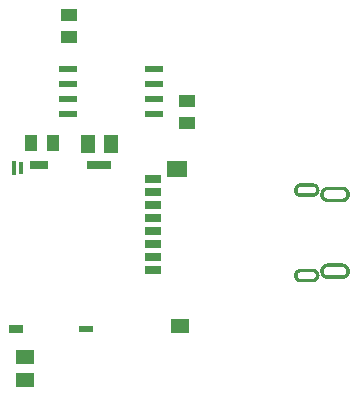
<source format=gbp>
G04 Layer_Color=128*
%FSLAX43Y43*%
%MOMM*%
G71*
G01*
G75*
%ADD10R,1.500X1.300*%
%ADD11R,1.300X1.500*%
%ADD16R,1.397X1.016*%
%ADD17R,1.016X1.397*%
%ADD32R,1.400X0.800*%
%ADD33R,1.800X1.350*%
%ADD34R,2.140X0.650*%
%ADD35R,1.600X0.650*%
%ADD36R,0.450X1.100*%
%ADD37R,0.450X1.150*%
%ADD38R,1.300X0.650*%
%ADD39R,1.150X0.600*%
%ADD40R,1.500X1.160*%
%ADD41R,1.610X0.610*%
G36*
X28652Y18408D02*
X28686Y18405D01*
X28720Y18399D01*
X28754Y18392D01*
X28788Y18383D01*
X28820Y18372D01*
X28853Y18360D01*
X28884Y18346D01*
X28915Y18330D01*
X28945Y18313D01*
X28974Y18294D01*
X29002Y18274D01*
X29029Y18252D01*
X29054Y18229D01*
X29079Y18204D01*
X29102Y18179D01*
X29124Y18152D01*
X29144Y18124D01*
X29163Y18095D01*
X29180Y18065D01*
X29196Y18034D01*
X29210Y18003D01*
X29222Y17970D01*
X29233Y17938D01*
X29242Y17904D01*
X29249Y17870D01*
X29255Y17836D01*
X29258Y17802D01*
X29260Y17767D01*
Y17750D01*
Y17733D01*
X29258Y17698D01*
X29255Y17664D01*
X29249Y17630D01*
X29242Y17596D01*
X29233Y17562D01*
X29222Y17530D01*
X29210Y17497D01*
X29196Y17466D01*
X29180Y17435D01*
X29163Y17405D01*
X29144Y17376D01*
X29124Y17348D01*
X29102Y17321D01*
X29079Y17296D01*
X29054Y17271D01*
X29029Y17248D01*
X29002Y17226D01*
X28974Y17206D01*
X28945Y17187D01*
X28915Y17170D01*
X28884Y17154D01*
X28853Y17140D01*
X28820Y17128D01*
X28788Y17117D01*
X28754Y17108D01*
X28720Y17101D01*
X28686Y17095D01*
X28652Y17092D01*
X28617Y17090D01*
X27383D01*
X27348Y17092D01*
X27314Y17095D01*
X27280Y17101D01*
X27246Y17108D01*
X27212Y17117D01*
X27180Y17128D01*
X27147Y17140D01*
X27116Y17154D01*
X27085Y17170D01*
X27055Y17187D01*
X27026Y17206D01*
X26998Y17226D01*
X26971Y17248D01*
X26946Y17271D01*
X26921Y17296D01*
X26898Y17321D01*
X26876Y17348D01*
X26856Y17376D01*
X26837Y17405D01*
X26820Y17435D01*
X26804Y17466D01*
X26790Y17497D01*
X26778Y17530D01*
X26767Y17562D01*
X26758Y17596D01*
X26751Y17630D01*
X26745Y17664D01*
X26742Y17698D01*
X26740Y17733D01*
Y17750D01*
Y17767D01*
X26742Y17802D01*
X26745Y17836D01*
X26751Y17870D01*
X26758Y17904D01*
X26767Y17938D01*
X26778Y17970D01*
X26790Y18003D01*
X26804Y18034D01*
X26820Y18065D01*
X26837Y18095D01*
X26856Y18124D01*
X26876Y18152D01*
X26898Y18179D01*
X26921Y18204D01*
X26946Y18229D01*
X26971Y18252D01*
X26998Y18274D01*
X27026Y18294D01*
X27055Y18313D01*
X27085Y18330D01*
X27116Y18346D01*
X27147Y18360D01*
X27180Y18372D01*
X27212Y18383D01*
X27246Y18392D01*
X27280Y18399D01*
X27314Y18405D01*
X27348Y18408D01*
X27383Y18410D01*
X28617D01*
X28652Y18408D01*
D02*
G37*
G36*
Y11908D02*
X28686Y11905D01*
X28720Y11899D01*
X28754Y11892D01*
X28788Y11883D01*
X28820Y11872D01*
X28853Y11860D01*
X28884Y11846D01*
X28915Y11830D01*
X28945Y11813D01*
X28974Y11794D01*
X29002Y11774D01*
X29029Y11752D01*
X29054Y11729D01*
X29079Y11704D01*
X29102Y11679D01*
X29124Y11652D01*
X29144Y11624D01*
X29163Y11595D01*
X29180Y11565D01*
X29196Y11534D01*
X29210Y11503D01*
X29222Y11470D01*
X29233Y11438D01*
X29242Y11404D01*
X29249Y11370D01*
X29255Y11336D01*
X29258Y11302D01*
X29260Y11267D01*
Y11250D01*
Y11233D01*
X29258Y11198D01*
X29255Y11164D01*
X29249Y11130D01*
X29242Y11096D01*
X29233Y11062D01*
X29222Y11030D01*
X29210Y10997D01*
X29196Y10966D01*
X29180Y10935D01*
X29163Y10905D01*
X29144Y10876D01*
X29124Y10848D01*
X29102Y10821D01*
X29079Y10796D01*
X29054Y10771D01*
X29029Y10748D01*
X29002Y10726D01*
X28974Y10706D01*
X28945Y10687D01*
X28915Y10670D01*
X28884Y10654D01*
X28853Y10640D01*
X28820Y10628D01*
X28788Y10617D01*
X28754Y10608D01*
X28720Y10601D01*
X28686Y10595D01*
X28652Y10592D01*
X28617Y10590D01*
X27383D01*
X27348Y10592D01*
X27314Y10595D01*
X27280Y10601D01*
X27246Y10608D01*
X27212Y10617D01*
X27180Y10628D01*
X27147Y10640D01*
X27116Y10654D01*
X27085Y10670D01*
X27055Y10687D01*
X27026Y10706D01*
X26998Y10726D01*
X26971Y10748D01*
X26946Y10771D01*
X26921Y10796D01*
X26898Y10821D01*
X26876Y10848D01*
X26856Y10876D01*
X26837Y10905D01*
X26820Y10935D01*
X26804Y10966D01*
X26790Y10997D01*
X26778Y11030D01*
X26767Y11062D01*
X26758Y11096D01*
X26751Y11130D01*
X26745Y11164D01*
X26742Y11198D01*
X26740Y11233D01*
Y11250D01*
Y11267D01*
X26742Y11302D01*
X26745Y11336D01*
X26751Y11370D01*
X26758Y11404D01*
X26767Y11438D01*
X26778Y11470D01*
X26790Y11503D01*
X26804Y11534D01*
X26820Y11565D01*
X26837Y11595D01*
X26856Y11624D01*
X26876Y11652D01*
X26898Y11679D01*
X26921Y11704D01*
X26946Y11729D01*
X26971Y11752D01*
X26998Y11774D01*
X27026Y11794D01*
X27055Y11813D01*
X27085Y11830D01*
X27116Y11846D01*
X27147Y11860D01*
X27180Y11872D01*
X27212Y11883D01*
X27246Y11892D01*
X27280Y11899D01*
X27314Y11905D01*
X27348Y11908D01*
X27383Y11910D01*
X28617D01*
X28652Y11908D01*
D02*
G37*
G36*
X26146Y11463D02*
X26176Y11460D01*
X26206Y11455D01*
X26235Y11449D01*
X26265Y11441D01*
X26294Y11432D01*
X26322Y11421D01*
X26350Y11409D01*
X26377Y11395D01*
X26403Y11380D01*
X26429Y11363D01*
X26453Y11345D01*
X26477Y11326D01*
X26499Y11306D01*
X26521Y11284D01*
X26541Y11262D01*
X26560Y11238D01*
X26578Y11214D01*
X26595Y11188D01*
X26610Y11162D01*
X26624Y11135D01*
X26636Y11107D01*
X26647Y11079D01*
X26656Y11050D01*
X26664Y11020D01*
X26670Y10991D01*
X26675Y10961D01*
X26678Y10931D01*
X26680Y10900D01*
Y10885D01*
Y10870D01*
X26678Y10839D01*
X26675Y10809D01*
X26670Y10779D01*
X26664Y10750D01*
X26656Y10720D01*
X26647Y10691D01*
X26636Y10663D01*
X26624Y10635D01*
X26610Y10608D01*
X26595Y10582D01*
X26578Y10556D01*
X26560Y10532D01*
X26541Y10508D01*
X26521Y10486D01*
X26499Y10464D01*
X26477Y10444D01*
X26453Y10425D01*
X26429Y10407D01*
X26403Y10390D01*
X26377Y10375D01*
X26350Y10361D01*
X26322Y10349D01*
X26294Y10338D01*
X26265Y10329D01*
X26235Y10321D01*
X26206Y10315D01*
X26176Y10310D01*
X26146Y10307D01*
X26115Y10305D01*
X25085D01*
X25054Y10307D01*
X25024Y10310D01*
X24994Y10315D01*
X24965Y10321D01*
X24935Y10329D01*
X24906Y10338D01*
X24878Y10349D01*
X24850Y10361D01*
X24823Y10375D01*
X24797Y10390D01*
X24771Y10407D01*
X24747Y10425D01*
X24723Y10444D01*
X24701Y10464D01*
X24679Y10486D01*
X24659Y10508D01*
X24640Y10532D01*
X24622Y10556D01*
X24605Y10582D01*
X24590Y10608D01*
X24576Y10635D01*
X24564Y10663D01*
X24553Y10691D01*
X24544Y10720D01*
X24536Y10750D01*
X24530Y10779D01*
X24525Y10809D01*
X24522Y10839D01*
X24520Y10870D01*
Y10885D01*
Y10900D01*
X24522Y10931D01*
X24525Y10961D01*
X24530Y10991D01*
X24536Y11020D01*
X24544Y11050D01*
X24553Y11079D01*
X24564Y11107D01*
X24576Y11135D01*
X24590Y11162D01*
X24605Y11188D01*
X24622Y11214D01*
X24640Y11238D01*
X24659Y11262D01*
X24679Y11284D01*
X24701Y11306D01*
X24723Y11326D01*
X24747Y11345D01*
X24771Y11363D01*
X24797Y11380D01*
X24823Y11395D01*
X24850Y11409D01*
X24878Y11421D01*
X24906Y11432D01*
X24935Y11441D01*
X24965Y11449D01*
X24994Y11455D01*
X25024Y11460D01*
X25054Y11463D01*
X25085Y11465D01*
X26115D01*
X26146Y11463D01*
D02*
G37*
G36*
Y18693D02*
X26176Y18690D01*
X26206Y18685D01*
X26235Y18679D01*
X26265Y18671D01*
X26294Y18662D01*
X26322Y18651D01*
X26350Y18639D01*
X26377Y18625D01*
X26403Y18610D01*
X26429Y18593D01*
X26453Y18575D01*
X26477Y18556D01*
X26499Y18536D01*
X26521Y18514D01*
X26541Y18492D01*
X26560Y18468D01*
X26578Y18444D01*
X26595Y18418D01*
X26610Y18392D01*
X26624Y18365D01*
X26636Y18337D01*
X26647Y18309D01*
X26656Y18280D01*
X26664Y18250D01*
X26670Y18221D01*
X26675Y18191D01*
X26678Y18161D01*
X26680Y18130D01*
Y18115D01*
Y18100D01*
X26678Y18069D01*
X26675Y18039D01*
X26670Y18009D01*
X26664Y17980D01*
X26656Y17950D01*
X26647Y17921D01*
X26636Y17893D01*
X26624Y17865D01*
X26610Y17838D01*
X26595Y17812D01*
X26578Y17786D01*
X26560Y17762D01*
X26541Y17738D01*
X26521Y17716D01*
X26499Y17694D01*
X26477Y17674D01*
X26453Y17655D01*
X26429Y17637D01*
X26403Y17620D01*
X26377Y17605D01*
X26350Y17591D01*
X26322Y17579D01*
X26294Y17568D01*
X26265Y17559D01*
X26235Y17551D01*
X26206Y17545D01*
X26176Y17540D01*
X26146Y17537D01*
X26115Y17535D01*
X25085D01*
X25054Y17537D01*
X25024Y17540D01*
X24994Y17545D01*
X24965Y17551D01*
X24935Y17559D01*
X24906Y17568D01*
X24878Y17579D01*
X24850Y17591D01*
X24823Y17605D01*
X24797Y17620D01*
X24771Y17637D01*
X24747Y17655D01*
X24723Y17674D01*
X24701Y17694D01*
X24679Y17716D01*
X24659Y17738D01*
X24640Y17762D01*
X24622Y17786D01*
X24605Y17812D01*
X24590Y17838D01*
X24576Y17865D01*
X24564Y17893D01*
X24553Y17921D01*
X24544Y17950D01*
X24536Y17980D01*
X24530Y18009D01*
X24525Y18039D01*
X24522Y18069D01*
X24520Y18100D01*
Y18115D01*
Y18130D01*
X24522Y18161D01*
X24525Y18191D01*
X24530Y18221D01*
X24536Y18250D01*
X24544Y18280D01*
X24553Y18309D01*
X24564Y18337D01*
X24576Y18365D01*
X24590Y18392D01*
X24605Y18418D01*
X24622Y18444D01*
X24640Y18468D01*
X24659Y18492D01*
X24679Y18514D01*
X24701Y18536D01*
X24723Y18556D01*
X24747Y18575D01*
X24771Y18593D01*
X24797Y18610D01*
X24823Y18625D01*
X24850Y18639D01*
X24878Y18651D01*
X24906Y18662D01*
X24935Y18671D01*
X24965Y18679D01*
X24994Y18685D01*
X25024Y18690D01*
X25054Y18693D01*
X25085Y18695D01*
X26115D01*
X26146Y18693D01*
D02*
G37*
%LPC*%
G36*
X28609Y18110D02*
X27391D01*
X27372Y18109D01*
X27353Y18107D01*
X27334Y18104D01*
X27316Y18100D01*
X27298Y18095D01*
X27280Y18089D01*
X27262Y18083D01*
X27245Y18075D01*
X27228Y18066D01*
X27212Y18057D01*
X27196Y18047D01*
X27181Y18036D01*
X27166Y18024D01*
X27152Y18011D01*
X27139Y17998D01*
X27126Y17984D01*
X27114Y17969D01*
X27103Y17954D01*
X27093Y17938D01*
X27084Y17922D01*
X27075Y17905D01*
X27067Y17888D01*
X27061Y17870D01*
X27055Y17852D01*
X27050Y17834D01*
X27046Y17816D01*
X27043Y17797D01*
X27041Y17778D01*
X27040Y17759D01*
Y17750D01*
Y17741D01*
X27041Y17722D01*
X27043Y17703D01*
X27046Y17684D01*
X27050Y17666D01*
X27055Y17648D01*
X27061Y17630D01*
X27067Y17612D01*
X27075Y17595D01*
X27084Y17578D01*
X27093Y17562D01*
X27103Y17546D01*
X27114Y17531D01*
X27126Y17516D01*
X27139Y17502D01*
X27152Y17489D01*
X27166Y17476D01*
X27181Y17464D01*
X27196Y17453D01*
X27212Y17443D01*
X27228Y17434D01*
X27245Y17425D01*
X27262Y17417D01*
X27280Y17411D01*
X27298Y17405D01*
X27316Y17400D01*
X27334Y17396D01*
X27353Y17393D01*
X27372Y17391D01*
X27391Y17390D01*
X28609D01*
X28628Y17391D01*
X28647Y17393D01*
X28666Y17396D01*
X28684Y17400D01*
X28702Y17405D01*
X28720Y17411D01*
X28738Y17417D01*
X28755Y17425D01*
X28772Y17434D01*
X28788Y17443D01*
X28804Y17453D01*
X28819Y17464D01*
X28834Y17476D01*
X28848Y17489D01*
X28861Y17502D01*
X28874Y17516D01*
X28886Y17531D01*
X28897Y17546D01*
X28907Y17562D01*
X28916Y17578D01*
X28925Y17595D01*
X28933Y17612D01*
X28939Y17630D01*
X28945Y17648D01*
X28950Y17666D01*
X28954Y17684D01*
X28957Y17703D01*
X28959Y17722D01*
X28960Y17741D01*
Y17750D01*
Y17759D01*
X28959Y17778D01*
X28957Y17797D01*
X28954Y17816D01*
X28950Y17834D01*
X28945Y17852D01*
X28939Y17870D01*
X28933Y17888D01*
X28925Y17905D01*
X28916Y17922D01*
X28907Y17938D01*
X28897Y17954D01*
X28886Y17969D01*
X28874Y17984D01*
X28861Y17998D01*
X28848Y18011D01*
X28834Y18024D01*
X28819Y18036D01*
X28804Y18047D01*
X28788Y18057D01*
X28772Y18066D01*
X28755Y18075D01*
X28738Y18083D01*
X28720Y18089D01*
X28702Y18095D01*
X28684Y18100D01*
X28666Y18104D01*
X28647Y18107D01*
X28628Y18109D01*
X28609Y18110D01*
D02*
G37*
G36*
Y11610D02*
X27391D01*
X27372Y11609D01*
X27353Y11607D01*
X27334Y11604D01*
X27316Y11600D01*
X27298Y11595D01*
X27280Y11589D01*
X27262Y11583D01*
X27245Y11575D01*
X27228Y11566D01*
X27212Y11557D01*
X27196Y11547D01*
X27181Y11536D01*
X27166Y11524D01*
X27152Y11511D01*
X27139Y11498D01*
X27126Y11484D01*
X27114Y11469D01*
X27103Y11454D01*
X27093Y11438D01*
X27084Y11422D01*
X27075Y11405D01*
X27067Y11388D01*
X27061Y11370D01*
X27055Y11352D01*
X27050Y11334D01*
X27046Y11316D01*
X27043Y11297D01*
X27041Y11278D01*
X27040Y11259D01*
Y11250D01*
Y11241D01*
X27041Y11222D01*
X27043Y11203D01*
X27046Y11184D01*
X27050Y11166D01*
X27055Y11148D01*
X27061Y11130D01*
X27067Y11112D01*
X27075Y11095D01*
X27084Y11078D01*
X27093Y11062D01*
X27103Y11046D01*
X27114Y11031D01*
X27126Y11016D01*
X27139Y11002D01*
X27152Y10989D01*
X27166Y10976D01*
X27181Y10964D01*
X27196Y10953D01*
X27212Y10943D01*
X27228Y10934D01*
X27245Y10925D01*
X27262Y10917D01*
X27280Y10911D01*
X27298Y10905D01*
X27316Y10900D01*
X27334Y10896D01*
X27353Y10893D01*
X27372Y10891D01*
X27391Y10890D01*
X28609D01*
X28628Y10891D01*
X28647Y10893D01*
X28666Y10896D01*
X28684Y10900D01*
X28702Y10905D01*
X28720Y10911D01*
X28738Y10917D01*
X28755Y10925D01*
X28772Y10934D01*
X28788Y10943D01*
X28804Y10953D01*
X28819Y10964D01*
X28834Y10976D01*
X28848Y10989D01*
X28861Y11002D01*
X28874Y11016D01*
X28886Y11031D01*
X28897Y11046D01*
X28907Y11062D01*
X28916Y11078D01*
X28925Y11095D01*
X28933Y11112D01*
X28939Y11130D01*
X28945Y11148D01*
X28950Y11166D01*
X28954Y11184D01*
X28957Y11203D01*
X28959Y11222D01*
X28960Y11241D01*
Y11250D01*
Y11259D01*
X28959Y11278D01*
X28957Y11297D01*
X28954Y11316D01*
X28950Y11334D01*
X28945Y11352D01*
X28939Y11370D01*
X28933Y11388D01*
X28925Y11405D01*
X28916Y11422D01*
X28907Y11438D01*
X28897Y11454D01*
X28886Y11469D01*
X28874Y11484D01*
X28861Y11498D01*
X28848Y11511D01*
X28834Y11524D01*
X28819Y11536D01*
X28804Y11547D01*
X28788Y11557D01*
X28772Y11566D01*
X28755Y11575D01*
X28738Y11583D01*
X28720Y11589D01*
X28702Y11595D01*
X28684Y11600D01*
X28666Y11604D01*
X28647Y11607D01*
X28628Y11609D01*
X28609Y11610D01*
D02*
G37*
G36*
X26107Y11165D02*
X25093D01*
X25078Y11164D01*
X25063Y11163D01*
X25049Y11160D01*
X25035Y11157D01*
X25020Y11154D01*
X25007Y11149D01*
X24993Y11144D01*
X24979Y11138D01*
X24966Y11131D01*
X24954Y11124D01*
X24941Y11116D01*
X24929Y11107D01*
X24918Y11098D01*
X24907Y11088D01*
X24897Y11078D01*
X24887Y11067D01*
X24878Y11056D01*
X24869Y11044D01*
X24861Y11031D01*
X24854Y11019D01*
X24847Y11006D01*
X24841Y10992D01*
X24836Y10979D01*
X24831Y10965D01*
X24828Y10950D01*
X24825Y10936D01*
X24822Y10922D01*
X24821Y10907D01*
X24820Y10892D01*
Y10885D01*
Y10878D01*
X24821Y10863D01*
X24822Y10848D01*
X24825Y10834D01*
X24828Y10820D01*
X24831Y10805D01*
X24836Y10792D01*
X24841Y10778D01*
X24847Y10764D01*
X24854Y10751D01*
X24861Y10739D01*
X24869Y10726D01*
X24878Y10714D01*
X24887Y10703D01*
X24897Y10692D01*
X24907Y10682D01*
X24918Y10672D01*
X24929Y10663D01*
X24941Y10654D01*
X24954Y10646D01*
X24966Y10639D01*
X24979Y10632D01*
X24993Y10626D01*
X25007Y10621D01*
X25020Y10616D01*
X25035Y10613D01*
X25049Y10610D01*
X25063Y10607D01*
X25078Y10606D01*
X25093Y10605D01*
X26107D01*
X26122Y10606D01*
X26137Y10607D01*
X26151Y10610D01*
X26165Y10613D01*
X26180Y10616D01*
X26194Y10621D01*
X26207Y10626D01*
X26221Y10632D01*
X26234Y10639D01*
X26246Y10646D01*
X26259Y10654D01*
X26271Y10663D01*
X26282Y10672D01*
X26293Y10682D01*
X26303Y10692D01*
X26313Y10703D01*
X26322Y10714D01*
X26331Y10726D01*
X26339Y10739D01*
X26346Y10751D01*
X26353Y10764D01*
X26359Y10778D01*
X26364Y10792D01*
X26369Y10805D01*
X26372Y10820D01*
X26375Y10834D01*
X26378Y10848D01*
X26379Y10863D01*
X26380Y10878D01*
Y10885D01*
Y10892D01*
X26379Y10907D01*
X26378Y10922D01*
X26375Y10936D01*
X26372Y10950D01*
X26369Y10965D01*
X26364Y10979D01*
X26359Y10992D01*
X26353Y11006D01*
X26346Y11019D01*
X26339Y11031D01*
X26331Y11044D01*
X26322Y11056D01*
X26313Y11067D01*
X26303Y11078D01*
X26293Y11088D01*
X26282Y11098D01*
X26271Y11107D01*
X26259Y11116D01*
X26246Y11124D01*
X26234Y11131D01*
X26221Y11138D01*
X26207Y11144D01*
X26194Y11149D01*
X26180Y11154D01*
X26165Y11157D01*
X26151Y11160D01*
X26137Y11163D01*
X26122Y11164D01*
X26107Y11165D01*
D02*
G37*
G36*
Y18395D02*
X25093D01*
X25078Y18394D01*
X25063Y18393D01*
X25049Y18390D01*
X25035Y18387D01*
X25020Y18384D01*
X25007Y18379D01*
X24993Y18374D01*
X24979Y18368D01*
X24966Y18361D01*
X24954Y18354D01*
X24941Y18346D01*
X24929Y18337D01*
X24918Y18328D01*
X24907Y18318D01*
X24897Y18308D01*
X24887Y18297D01*
X24878Y18286D01*
X24869Y18274D01*
X24861Y18261D01*
X24854Y18249D01*
X24847Y18236D01*
X24841Y18222D01*
X24836Y18208D01*
X24831Y18195D01*
X24828Y18180D01*
X24825Y18166D01*
X24822Y18152D01*
X24821Y18137D01*
X24820Y18122D01*
Y18115D01*
Y18108D01*
X24821Y18093D01*
X24822Y18078D01*
X24825Y18064D01*
X24828Y18050D01*
X24831Y18035D01*
X24836Y18021D01*
X24841Y18008D01*
X24847Y17994D01*
X24854Y17981D01*
X24861Y17969D01*
X24869Y17956D01*
X24878Y17944D01*
X24887Y17933D01*
X24897Y17922D01*
X24907Y17912D01*
X24918Y17902D01*
X24929Y17893D01*
X24941Y17884D01*
X24954Y17876D01*
X24966Y17869D01*
X24979Y17862D01*
X24993Y17856D01*
X25007Y17851D01*
X25020Y17846D01*
X25035Y17843D01*
X25049Y17840D01*
X25063Y17837D01*
X25078Y17836D01*
X25093Y17835D01*
X26107D01*
X26122Y17836D01*
X26137Y17837D01*
X26151Y17840D01*
X26165Y17843D01*
X26180Y17846D01*
X26194Y17851D01*
X26207Y17856D01*
X26221Y17862D01*
X26234Y17869D01*
X26246Y17876D01*
X26259Y17884D01*
X26271Y17893D01*
X26282Y17902D01*
X26293Y17912D01*
X26303Y17922D01*
X26313Y17933D01*
X26322Y17944D01*
X26331Y17956D01*
X26339Y17969D01*
X26346Y17981D01*
X26353Y17994D01*
X26359Y18008D01*
X26364Y18021D01*
X26369Y18035D01*
X26372Y18050D01*
X26375Y18064D01*
X26378Y18078D01*
X26379Y18093D01*
X26380Y18108D01*
Y18115D01*
Y18122D01*
X26379Y18137D01*
X26378Y18152D01*
X26375Y18166D01*
X26372Y18180D01*
X26369Y18195D01*
X26364Y18208D01*
X26359Y18222D01*
X26353Y18236D01*
X26346Y18249D01*
X26339Y18261D01*
X26331Y18274D01*
X26322Y18286D01*
X26313Y18297D01*
X26303Y18308D01*
X26293Y18318D01*
X26282Y18328D01*
X26271Y18337D01*
X26259Y18346D01*
X26246Y18354D01*
X26234Y18361D01*
X26221Y18368D01*
X26207Y18374D01*
X26194Y18379D01*
X26180Y18384D01*
X26165Y18387D01*
X26151Y18390D01*
X26137Y18393D01*
X26122Y18394D01*
X26107Y18395D01*
D02*
G37*
%LPD*%
D10*
X1750Y2050D02*
D03*
Y3950D02*
D03*
D11*
X7094Y22000D02*
D03*
X8994D02*
D03*
D16*
X5500Y31060D02*
D03*
Y32940D02*
D03*
X15500Y25690D02*
D03*
Y23810D02*
D03*
D17*
X4118Y22135D02*
D03*
X2239D02*
D03*
D32*
X12599Y11335D02*
D03*
Y12435D02*
D03*
Y13535D02*
D03*
Y14635D02*
D03*
Y15735D02*
D03*
Y16835D02*
D03*
Y17935D02*
D03*
Y19035D02*
D03*
D33*
X14649Y19925D02*
D03*
D34*
X8019Y20250D02*
D03*
D35*
X2939D02*
D03*
D36*
X1434Y20025D02*
D03*
D37*
X774Y20000D02*
D03*
D38*
X999Y6350D02*
D03*
D39*
X6924Y6325D02*
D03*
D40*
X14899Y6605D02*
D03*
D41*
X12635Y24595D02*
D03*
Y25865D02*
D03*
Y27135D02*
D03*
Y28405D02*
D03*
X5425D02*
D03*
Y27135D02*
D03*
Y25865D02*
D03*
Y24595D02*
D03*
M02*

</source>
